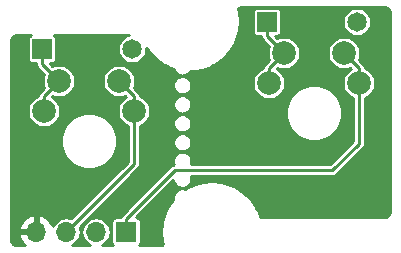
<source format=gbr>
G04 #@! TF.GenerationSoftware,KiCad,Pcbnew,(5.1.0)-1*
G04 #@! TF.CreationDate,2020-10-31T22:32:03+11:00*
G04 #@! TF.ProjectId,oddball,6f646462-616c-46c2-9e6b-696361645f70,rev?*
G04 #@! TF.SameCoordinates,Original*
G04 #@! TF.FileFunction,Copper,L2,Bot*
G04 #@! TF.FilePolarity,Positive*
%FSLAX46Y46*%
G04 Gerber Fmt 4.6, Leading zero omitted, Abs format (unit mm)*
G04 Created by KiCad (PCBNEW (5.1.0)-1) date 2020-10-31 22:32:03*
%MOMM*%
%LPD*%
G04 APERTURE LIST*
%ADD10R,1.700000X1.700000*%
%ADD11O,1.700000X1.700000*%
%ADD12R,1.651000X1.651000*%
%ADD13C,1.651000*%
%ADD14C,2.000000*%
%ADD15C,0.250000*%
%ADD16C,0.254000*%
G04 APERTURE END LIST*
D10*
X213740000Y-114850000D03*
D11*
X211200000Y-114850000D03*
X208660000Y-114850000D03*
X206120000Y-114850000D03*
D12*
X225660000Y-97060000D03*
D13*
X233280000Y-97060000D03*
D12*
X206640000Y-99370000D03*
D13*
X214260000Y-99370000D03*
D14*
X208060000Y-102070000D03*
X214410000Y-104610000D03*
X206790000Y-104610000D03*
X213140000Y-102070000D03*
X227110000Y-99700000D03*
X233460000Y-102240000D03*
X225840000Y-102240000D03*
X232190000Y-99700000D03*
D15*
X206640000Y-100650000D02*
X208060000Y-102070000D01*
X206640000Y-99370000D02*
X206640000Y-100650000D01*
X206790000Y-103340000D02*
X206790000Y-104610000D01*
X208060000Y-102070000D02*
X206790000Y-103340000D01*
X225660000Y-98250000D02*
X227110000Y-99700000D01*
X225660000Y-97060000D02*
X225660000Y-98250000D01*
X227110000Y-99700000D02*
X225840000Y-100970000D01*
X225840000Y-100970000D02*
X225840000Y-102240000D01*
X214410000Y-109100000D02*
X208660000Y-114850000D01*
X214410000Y-104610000D02*
X214410000Y-109100000D01*
X213140000Y-102070000D02*
X214410000Y-103340000D01*
X214410000Y-103340000D02*
X214410000Y-104610000D01*
X231221299Y-109618701D02*
X233460000Y-107380000D01*
X213740000Y-114850000D02*
X213740000Y-113750000D01*
X232190000Y-99700000D02*
X233460000Y-100970000D01*
X217871299Y-109618701D02*
X231221299Y-109618701D01*
X233460000Y-107380000D02*
X233460000Y-102240000D01*
X213740000Y-113750000D02*
X217871299Y-109618701D01*
X233460000Y-100970000D02*
X233460000Y-102240000D01*
D16*
G36*
X235607896Y-95813515D02*
G01*
X235639770Y-95816524D01*
X235671999Y-95821662D01*
X235704103Y-95828837D01*
X235735275Y-95837883D01*
X235766090Y-95848990D01*
X235795750Y-95861789D01*
X235824802Y-95876653D01*
X235853297Y-95893455D01*
X235879969Y-95911560D01*
X235905413Y-95931311D01*
X235930119Y-95953131D01*
X235953326Y-95976286D01*
X235974559Y-96000385D01*
X235994639Y-96026306D01*
X236013030Y-96053345D01*
X236029541Y-96081258D01*
X236044438Y-96110530D01*
X236057336Y-96140247D01*
X236068304Y-96170823D01*
X236077521Y-96202456D01*
X236084569Y-96233990D01*
X236089641Y-96266076D01*
X236092720Y-96298742D01*
X236094001Y-96338981D01*
X236094000Y-113086115D01*
X236092720Y-113126289D01*
X236089642Y-113158918D01*
X236084561Y-113191087D01*
X236077537Y-113222520D01*
X236068330Y-113254077D01*
X236057305Y-113284817D01*
X236044411Y-113314549D01*
X236029582Y-113343682D01*
X236013000Y-113371696D01*
X235994627Y-113398745D01*
X235974615Y-113424547D01*
X235953270Y-113448783D01*
X235930204Y-113471802D01*
X235905530Y-113493569D01*
X235879942Y-113513431D01*
X235853064Y-113531681D01*
X235824787Y-113548397D01*
X235795846Y-113563162D01*
X235765958Y-113576086D01*
X235735206Y-113587164D01*
X235703995Y-113596237D01*
X235672252Y-113603332D01*
X235640041Y-113608431D01*
X235607548Y-113611498D01*
X235567399Y-113612770D01*
X225104086Y-113612770D01*
X225080763Y-113532487D01*
X225077046Y-113517781D01*
X225074173Y-113509805D01*
X225071811Y-113501674D01*
X225066180Y-113487612D01*
X224991031Y-113278970D01*
X224986425Y-113264602D01*
X224983030Y-113256756D01*
X224980134Y-113248716D01*
X224973657Y-113235095D01*
X224885645Y-113031703D01*
X224880159Y-113017674D01*
X224876265Y-113010026D01*
X224872860Y-113002157D01*
X224865558Y-112988997D01*
X224764932Y-112791359D01*
X224758474Y-112777506D01*
X224754211Y-112770302D01*
X224750420Y-112762857D01*
X224742199Y-112750006D01*
X224629244Y-112559144D01*
X224622075Y-112545973D01*
X224617210Y-112538810D01*
X224612808Y-112531372D01*
X224603958Y-112519299D01*
X224479390Y-112335893D01*
X224471268Y-112322992D01*
X224466136Y-112316379D01*
X224461426Y-112309445D01*
X224451655Y-112297722D01*
X224315658Y-112122494D01*
X224306894Y-112110326D01*
X224301192Y-112103855D01*
X224295897Y-112097033D01*
X224285576Y-112086134D01*
X224139059Y-111919868D01*
X224129424Y-111908128D01*
X224123440Y-111902144D01*
X224117854Y-111895805D01*
X224106761Y-111885465D01*
X223949895Y-111728599D01*
X223939572Y-111717522D01*
X223933214Y-111711918D01*
X223927212Y-111705916D01*
X223915493Y-111696298D01*
X223749159Y-111549690D01*
X223738209Y-111539324D01*
X223731443Y-111534075D01*
X223725024Y-111528417D01*
X223712800Y-111519611D01*
X223537614Y-111383698D01*
X223525961Y-111373983D01*
X223518959Y-111369225D01*
X223512275Y-111364040D01*
X223499441Y-111355964D01*
X223315991Y-111231321D01*
X223303852Y-111222425D01*
X223296474Y-111218060D01*
X223289377Y-111213238D01*
X223276148Y-111206035D01*
X223085399Y-111093183D01*
X223072626Y-111085006D01*
X223065074Y-111081158D01*
X223057784Y-111076845D01*
X223044049Y-111070445D01*
X222846427Y-110969747D01*
X222833189Y-110962403D01*
X222825394Y-110959030D01*
X222817824Y-110955173D01*
X222803725Y-110949655D01*
X222600211Y-110861598D01*
X222586560Y-110855109D01*
X222578540Y-110852222D01*
X222570722Y-110848839D01*
X222556336Y-110844228D01*
X222347703Y-110769116D01*
X222333649Y-110763489D01*
X222325491Y-110761119D01*
X222317501Y-110758243D01*
X222302829Y-110754537D01*
X222089826Y-110692671D01*
X222075481Y-110687948D01*
X222067163Y-110686089D01*
X222058973Y-110683710D01*
X222044117Y-110680938D01*
X221827713Y-110632567D01*
X221813096Y-110628752D01*
X221804685Y-110627420D01*
X221796366Y-110625560D01*
X221781362Y-110623725D01*
X221562433Y-110589041D01*
X221547608Y-110586152D01*
X221539145Y-110585352D01*
X221530727Y-110584018D01*
X221515618Y-110583127D01*
X221294822Y-110562245D01*
X221279806Y-110560289D01*
X221271321Y-110560023D01*
X221262866Y-110559223D01*
X221247718Y-110559282D01*
X221026096Y-110552324D01*
X221011022Y-110551316D01*
X221002500Y-110551584D01*
X220993978Y-110551316D01*
X220978904Y-110552324D01*
X220757282Y-110559282D01*
X220742133Y-110559223D01*
X220733677Y-110560023D01*
X220725194Y-110560289D01*
X220710181Y-110562245D01*
X220489392Y-110583126D01*
X220474303Y-110584015D01*
X220465873Y-110585350D01*
X220457392Y-110586152D01*
X220442580Y-110589038D01*
X220223507Y-110623729D01*
X220208490Y-110625568D01*
X220200224Y-110627416D01*
X220191834Y-110628745D01*
X220177157Y-110632575D01*
X219960853Y-110680943D01*
X219946026Y-110683710D01*
X219937820Y-110686093D01*
X219929477Y-110687959D01*
X219915150Y-110692678D01*
X219702177Y-110754535D01*
X219687497Y-110758243D01*
X219679503Y-110761121D01*
X219671350Y-110763489D01*
X219657305Y-110769113D01*
X219448670Y-110844226D01*
X219434277Y-110848839D01*
X219426455Y-110852223D01*
X219418440Y-110855109D01*
X219404798Y-110861594D01*
X219201283Y-110949651D01*
X219187175Y-110955173D01*
X219179600Y-110959033D01*
X219171811Y-110962403D01*
X219158586Y-110969740D01*
X218960960Y-111070440D01*
X218947215Y-111076845D01*
X218939920Y-111081161D01*
X218932374Y-111085006D01*
X218919612Y-111093176D01*
X218758095Y-111188734D01*
X218651868Y-111156510D01*
X218538053Y-111145300D01*
X218461947Y-111145300D01*
X218348132Y-111156510D01*
X218202101Y-111200808D01*
X218067517Y-111272744D01*
X217949554Y-111369554D01*
X217852744Y-111487517D01*
X217780808Y-111622101D01*
X217736510Y-111768132D01*
X217721552Y-111920000D01*
X217736047Y-112067172D01*
X217719319Y-112086143D01*
X217708899Y-112097154D01*
X217703702Y-112103855D01*
X217698099Y-112110209D01*
X217689242Y-112122498D01*
X217553280Y-112297799D01*
X217543574Y-112309445D01*
X217538827Y-112316435D01*
X217533640Y-112323122D01*
X217525554Y-112335977D01*
X217401042Y-112519299D01*
X217392192Y-112531372D01*
X217387790Y-112538810D01*
X217382925Y-112545973D01*
X217375758Y-112559141D01*
X217262856Y-112749913D01*
X217254669Y-112762700D01*
X217250829Y-112770235D01*
X217246526Y-112777506D01*
X217240116Y-112791257D01*
X217139381Y-112988926D01*
X217132040Y-113002157D01*
X217128671Y-113009942D01*
X217124814Y-113017511D01*
X217119289Y-113031623D01*
X217031207Y-113235180D01*
X217024693Y-113248892D01*
X217021832Y-113256845D01*
X217018475Y-113264603D01*
X217013842Y-113279057D01*
X216938785Y-113487700D01*
X216933189Y-113501674D01*
X216930801Y-113509896D01*
X216927898Y-113517964D01*
X216924210Y-113532580D01*
X216862369Y-113745446D01*
X216857652Y-113759769D01*
X216855791Y-113768090D01*
X216853406Y-113776300D01*
X216850633Y-113791154D01*
X216802235Y-114007570D01*
X216798400Y-114022276D01*
X216797080Y-114030619D01*
X216795239Y-114038852D01*
X216793394Y-114053920D01*
X216758749Y-114272922D01*
X216755868Y-114287696D01*
X216755058Y-114296250D01*
X216753717Y-114304728D01*
X216752835Y-114319739D01*
X216731939Y-114540460D01*
X216729980Y-114555494D01*
X216729713Y-114563973D01*
X216728915Y-114572408D01*
X216728972Y-114587552D01*
X216722005Y-114809226D01*
X216720996Y-114824318D01*
X216721263Y-114832820D01*
X216720996Y-114841322D01*
X216722005Y-114856413D01*
X216728972Y-115078091D01*
X216728915Y-115093246D01*
X216729714Y-115101682D01*
X216729980Y-115110155D01*
X216731939Y-115125186D01*
X216752833Y-115345868D01*
X216753716Y-115360896D01*
X216755060Y-115369392D01*
X216755869Y-115377937D01*
X216758745Y-115392687D01*
X216793393Y-115611722D01*
X216795239Y-115626798D01*
X216797080Y-115635031D01*
X216798399Y-115643368D01*
X216802233Y-115658072D01*
X216850634Y-115874502D01*
X216851304Y-115878089D01*
X216829946Y-115894667D01*
X216803055Y-115912927D01*
X216774789Y-115929636D01*
X216745846Y-115944402D01*
X216715958Y-115957326D01*
X216685206Y-115968404D01*
X216653995Y-115977477D01*
X216622252Y-115984572D01*
X216590041Y-115989671D01*
X216557548Y-115992738D01*
X216517399Y-115994010D01*
X214832321Y-115994010D01*
X214860711Y-115970711D01*
X214908322Y-115912696D01*
X214943701Y-115846508D01*
X214965487Y-115774689D01*
X214972843Y-115700000D01*
X214972843Y-114000000D01*
X214965487Y-113925311D01*
X214943701Y-113853492D01*
X214908322Y-113787304D01*
X214860711Y-113729289D01*
X214802696Y-113681678D01*
X214736508Y-113646299D01*
X214664689Y-113624513D01*
X214590000Y-113617157D01*
X214588434Y-113617157D01*
X217732674Y-110472918D01*
X217736510Y-110511868D01*
X217780808Y-110657899D01*
X217852744Y-110792483D01*
X217949554Y-110910446D01*
X218067517Y-111007256D01*
X218202101Y-111079192D01*
X218348132Y-111123490D01*
X218461947Y-111134700D01*
X218538053Y-111134700D01*
X218651868Y-111123490D01*
X218797899Y-111079192D01*
X218932483Y-111007256D01*
X219050446Y-110910446D01*
X219147256Y-110792483D01*
X219219192Y-110657899D01*
X219263490Y-110511868D01*
X219278448Y-110360000D01*
X219263490Y-110208132D01*
X219238181Y-110124701D01*
X231196453Y-110124701D01*
X231221299Y-110127148D01*
X231246145Y-110124701D01*
X231246153Y-110124701D01*
X231320492Y-110117379D01*
X231415874Y-110088446D01*
X231503778Y-110041460D01*
X231580826Y-109978228D01*
X231596675Y-109958916D01*
X233800220Y-107755372D01*
X233819527Y-107739527D01*
X233882759Y-107662479D01*
X233929745Y-107574575D01*
X233958678Y-107479193D01*
X233966000Y-107404854D01*
X233966000Y-107404847D01*
X233968447Y-107380001D01*
X233966000Y-107355155D01*
X233966000Y-103525192D01*
X234114149Y-103463826D01*
X234340336Y-103312693D01*
X234532693Y-103120336D01*
X234683826Y-102894149D01*
X234787929Y-102642823D01*
X234841000Y-102376017D01*
X234841000Y-102103983D01*
X234787929Y-101837177D01*
X234683826Y-101585851D01*
X234532693Y-101359664D01*
X234340336Y-101167307D01*
X234114149Y-101016174D01*
X233966991Y-100955219D01*
X233966000Y-100945153D01*
X233966000Y-100945146D01*
X233958678Y-100870807D01*
X233955097Y-100859000D01*
X233929745Y-100775425D01*
X233921184Y-100759409D01*
X233882759Y-100687521D01*
X233819527Y-100610473D01*
X233800220Y-100594628D01*
X233456564Y-100250972D01*
X233517929Y-100102823D01*
X233571000Y-99836017D01*
X233571000Y-99563983D01*
X233517929Y-99297177D01*
X233413826Y-99045851D01*
X233262693Y-98819664D01*
X233070336Y-98627307D01*
X232844149Y-98476174D01*
X232592823Y-98372071D01*
X232326017Y-98319000D01*
X232053983Y-98319000D01*
X231787177Y-98372071D01*
X231535851Y-98476174D01*
X231309664Y-98627307D01*
X231117307Y-98819664D01*
X230966174Y-99045851D01*
X230862071Y-99297177D01*
X230809000Y-99563983D01*
X230809000Y-99836017D01*
X230862071Y-100102823D01*
X230966174Y-100354149D01*
X231117307Y-100580336D01*
X231309664Y-100772693D01*
X231535851Y-100923826D01*
X231787177Y-101027929D01*
X232053983Y-101081000D01*
X232326017Y-101081000D01*
X232592823Y-101027929D01*
X232740972Y-100966564D01*
X232796698Y-101022290D01*
X232579664Y-101167307D01*
X232387307Y-101359664D01*
X232236174Y-101585851D01*
X232132071Y-101837177D01*
X232079000Y-102103983D01*
X232079000Y-102376017D01*
X232132071Y-102642823D01*
X232236174Y-102894149D01*
X232387307Y-103120336D01*
X232579664Y-103312693D01*
X232805851Y-103463826D01*
X232954001Y-103525192D01*
X232954000Y-107170408D01*
X231011708Y-109112701D01*
X219226836Y-109112701D01*
X219263490Y-108991868D01*
X219278448Y-108840000D01*
X219263490Y-108688132D01*
X219219192Y-108542101D01*
X219147256Y-108407517D01*
X219050446Y-108289554D01*
X218932483Y-108192744D01*
X218797899Y-108120808D01*
X218651868Y-108076510D01*
X218538053Y-108065300D01*
X218461947Y-108065300D01*
X218348132Y-108076510D01*
X218202101Y-108120808D01*
X218067517Y-108192744D01*
X217949554Y-108289554D01*
X217852744Y-108407517D01*
X217780808Y-108542101D01*
X217736510Y-108688132D01*
X217721552Y-108840000D01*
X217736510Y-108991868D01*
X217775290Y-109119709D01*
X217772106Y-109120023D01*
X217676724Y-109148956D01*
X217588820Y-109195942D01*
X217511772Y-109259174D01*
X217495928Y-109278480D01*
X213399781Y-113374628D01*
X213380474Y-113390473D01*
X213317242Y-113467521D01*
X213300353Y-113499118D01*
X213270255Y-113555426D01*
X213251530Y-113617157D01*
X212890000Y-113617157D01*
X212815311Y-113624513D01*
X212743492Y-113646299D01*
X212677304Y-113681678D01*
X212619289Y-113729289D01*
X212571678Y-113787304D01*
X212536299Y-113853492D01*
X212514513Y-113925311D01*
X212507157Y-114000000D01*
X212507157Y-115700000D01*
X212514513Y-115774689D01*
X212536299Y-115846508D01*
X212571678Y-115912696D01*
X212619289Y-115970711D01*
X212647679Y-115994010D01*
X211669368Y-115994010D01*
X211673363Y-115992798D01*
X211887216Y-115878491D01*
X212074660Y-115724660D01*
X212228491Y-115537216D01*
X212342798Y-115323363D01*
X212413188Y-115091318D01*
X212436956Y-114850000D01*
X212413188Y-114608682D01*
X212342798Y-114376637D01*
X212228491Y-114162784D01*
X212074660Y-113975340D01*
X211887216Y-113821509D01*
X211673363Y-113707202D01*
X211441318Y-113636812D01*
X211260472Y-113619000D01*
X211139528Y-113619000D01*
X210958682Y-113636812D01*
X210726637Y-113707202D01*
X210512784Y-113821509D01*
X210325340Y-113975340D01*
X210171509Y-114162784D01*
X210057202Y-114376637D01*
X209986812Y-114608682D01*
X209963044Y-114850000D01*
X209986812Y-115091318D01*
X210057202Y-115323363D01*
X210171509Y-115537216D01*
X210325340Y-115724660D01*
X210512784Y-115878491D01*
X210726637Y-115992798D01*
X210730632Y-115994010D01*
X209129368Y-115994010D01*
X209133363Y-115992798D01*
X209347216Y-115878491D01*
X209534660Y-115724660D01*
X209688491Y-115537216D01*
X209802798Y-115323363D01*
X209873188Y-115091318D01*
X209896956Y-114850000D01*
X209873188Y-114608682D01*
X209813541Y-114412051D01*
X214750220Y-109475372D01*
X214769527Y-109459527D01*
X214832759Y-109382479D01*
X214879745Y-109294575D01*
X214908678Y-109199193D01*
X214916000Y-109124854D01*
X214916000Y-109124846D01*
X214918447Y-109100000D01*
X214916000Y-109075154D01*
X214916000Y-107260000D01*
X217721552Y-107260000D01*
X217736510Y-107411868D01*
X217780808Y-107557899D01*
X217852744Y-107692483D01*
X217949554Y-107810446D01*
X218067517Y-107907256D01*
X218202101Y-107979192D01*
X218348132Y-108023490D01*
X218461947Y-108034700D01*
X218538053Y-108034700D01*
X218651868Y-108023490D01*
X218797899Y-107979192D01*
X218932483Y-107907256D01*
X219050446Y-107810446D01*
X219147256Y-107692483D01*
X219219192Y-107557899D01*
X219263490Y-107411868D01*
X219278448Y-107260000D01*
X219263490Y-107108132D01*
X219219192Y-106962101D01*
X219147256Y-106827517D01*
X219050446Y-106709554D01*
X218932483Y-106612744D01*
X218797899Y-106540808D01*
X218651868Y-106496510D01*
X218538053Y-106485300D01*
X218461947Y-106485300D01*
X218348132Y-106496510D01*
X218202101Y-106540808D01*
X218067517Y-106612744D01*
X217949554Y-106709554D01*
X217852744Y-106827517D01*
X217780808Y-106962101D01*
X217736510Y-107108132D01*
X217721552Y-107260000D01*
X214916000Y-107260000D01*
X214916000Y-105895192D01*
X215064149Y-105833826D01*
X215290336Y-105682693D01*
X215323029Y-105650000D01*
X217721552Y-105650000D01*
X217736510Y-105801868D01*
X217780808Y-105947899D01*
X217852744Y-106082483D01*
X217949554Y-106200446D01*
X218067517Y-106297256D01*
X218202101Y-106369192D01*
X218348132Y-106413490D01*
X218461947Y-106424700D01*
X218538053Y-106424700D01*
X218651868Y-106413490D01*
X218797899Y-106369192D01*
X218932483Y-106297256D01*
X219050446Y-106200446D01*
X219147256Y-106082483D01*
X219219192Y-105947899D01*
X219263490Y-105801868D01*
X219278448Y-105650000D01*
X219263490Y-105498132D01*
X219219192Y-105352101D01*
X219147256Y-105217517D01*
X219050446Y-105099554D01*
X218932483Y-105002744D01*
X218797899Y-104930808D01*
X218651868Y-104886510D01*
X218538053Y-104875300D01*
X218461947Y-104875300D01*
X218348132Y-104886510D01*
X218202101Y-104930808D01*
X218067517Y-105002744D01*
X217949554Y-105099554D01*
X217852744Y-105217517D01*
X217780808Y-105352101D01*
X217736510Y-105498132D01*
X217721552Y-105650000D01*
X215323029Y-105650000D01*
X215482693Y-105490336D01*
X215633826Y-105264149D01*
X215737929Y-105012823D01*
X215791000Y-104746017D01*
X215791000Y-104473983D01*
X215737929Y-104207177D01*
X215672824Y-104050000D01*
X217721552Y-104050000D01*
X217736510Y-104201868D01*
X217780808Y-104347899D01*
X217852744Y-104482483D01*
X217949554Y-104600446D01*
X218067517Y-104697256D01*
X218202101Y-104769192D01*
X218348132Y-104813490D01*
X218461947Y-104824700D01*
X218538053Y-104824700D01*
X218651868Y-104813490D01*
X218797899Y-104769192D01*
X218932483Y-104697256D01*
X219050446Y-104600446D01*
X219095052Y-104546093D01*
X227275100Y-104546093D01*
X227275100Y-105013907D01*
X227366366Y-105472733D01*
X227545391Y-105904937D01*
X227805295Y-106293910D01*
X228136090Y-106624705D01*
X228525063Y-106884609D01*
X228957267Y-107063634D01*
X229416093Y-107154900D01*
X229883907Y-107154900D01*
X230342733Y-107063634D01*
X230774937Y-106884609D01*
X231163910Y-106624705D01*
X231494705Y-106293910D01*
X231754609Y-105904937D01*
X231933634Y-105472733D01*
X232024900Y-105013907D01*
X232024900Y-104546093D01*
X231933634Y-104087267D01*
X231754609Y-103655063D01*
X231494705Y-103266090D01*
X231163910Y-102935295D01*
X230774937Y-102675391D01*
X230342733Y-102496366D01*
X229883907Y-102405100D01*
X229416093Y-102405100D01*
X228957267Y-102496366D01*
X228525063Y-102675391D01*
X228136090Y-102935295D01*
X227805295Y-103266090D01*
X227545391Y-103655063D01*
X227366366Y-104087267D01*
X227275100Y-104546093D01*
X219095052Y-104546093D01*
X219147256Y-104482483D01*
X219219192Y-104347899D01*
X219263490Y-104201868D01*
X219278448Y-104050000D01*
X219263490Y-103898132D01*
X219219192Y-103752101D01*
X219147256Y-103617517D01*
X219050446Y-103499554D01*
X218932483Y-103402744D01*
X218797899Y-103330808D01*
X218651868Y-103286510D01*
X218538053Y-103275300D01*
X218461947Y-103275300D01*
X218348132Y-103286510D01*
X218202101Y-103330808D01*
X218067517Y-103402744D01*
X217949554Y-103499554D01*
X217852744Y-103617517D01*
X217780808Y-103752101D01*
X217736510Y-103898132D01*
X217721552Y-104050000D01*
X215672824Y-104050000D01*
X215633826Y-103955851D01*
X215482693Y-103729664D01*
X215290336Y-103537307D01*
X215064149Y-103386174D01*
X214916991Y-103325219D01*
X214916000Y-103315153D01*
X214916000Y-103315146D01*
X214908678Y-103240807D01*
X214905097Y-103229000D01*
X214879745Y-103145425D01*
X214871068Y-103129192D01*
X214832759Y-103057521D01*
X214769527Y-102980473D01*
X214750220Y-102964628D01*
X214406564Y-102620972D01*
X214467929Y-102472823D01*
X214480425Y-102410000D01*
X217721552Y-102410000D01*
X217736510Y-102561868D01*
X217780808Y-102707899D01*
X217852744Y-102842483D01*
X217949554Y-102960446D01*
X218067517Y-103057256D01*
X218202101Y-103129192D01*
X218348132Y-103173490D01*
X218461947Y-103184700D01*
X218538053Y-103184700D01*
X218651868Y-103173490D01*
X218797899Y-103129192D01*
X218932483Y-103057256D01*
X219050446Y-102960446D01*
X219147256Y-102842483D01*
X219219192Y-102707899D01*
X219263490Y-102561868D01*
X219278448Y-102410000D01*
X219263490Y-102258132D01*
X219219192Y-102112101D01*
X219147256Y-101977517D01*
X219050446Y-101859554D01*
X218932483Y-101762744D01*
X218797899Y-101690808D01*
X218651868Y-101646510D01*
X218538053Y-101635300D01*
X218461947Y-101635300D01*
X218348132Y-101646510D01*
X218202101Y-101690808D01*
X218067517Y-101762744D01*
X217949554Y-101859554D01*
X217852744Y-101977517D01*
X217780808Y-102112101D01*
X217736510Y-102258132D01*
X217721552Y-102410000D01*
X214480425Y-102410000D01*
X214521000Y-102206017D01*
X214521000Y-101933983D01*
X214467929Y-101667177D01*
X214363826Y-101415851D01*
X214212693Y-101189664D01*
X214020336Y-100997307D01*
X213794149Y-100846174D01*
X213542823Y-100742071D01*
X213276017Y-100689000D01*
X213003983Y-100689000D01*
X212737177Y-100742071D01*
X212485851Y-100846174D01*
X212259664Y-100997307D01*
X212067307Y-101189664D01*
X211916174Y-101415851D01*
X211812071Y-101667177D01*
X211759000Y-101933983D01*
X211759000Y-102206017D01*
X211812071Y-102472823D01*
X211916174Y-102724149D01*
X212067307Y-102950336D01*
X212259664Y-103142693D01*
X212485851Y-103293826D01*
X212737177Y-103397929D01*
X213003983Y-103451000D01*
X213276017Y-103451000D01*
X213542823Y-103397929D01*
X213690972Y-103336564D01*
X213746698Y-103392290D01*
X213529664Y-103537307D01*
X213337307Y-103729664D01*
X213186174Y-103955851D01*
X213082071Y-104207177D01*
X213029000Y-104473983D01*
X213029000Y-104746017D01*
X213082071Y-105012823D01*
X213186174Y-105264149D01*
X213337307Y-105490336D01*
X213529664Y-105682693D01*
X213755851Y-105833826D01*
X213904000Y-105895192D01*
X213904001Y-108890407D01*
X209097949Y-113696459D01*
X208901318Y-113636812D01*
X208720472Y-113619000D01*
X208599528Y-113619000D01*
X208418682Y-113636812D01*
X208186637Y-113707202D01*
X207972784Y-113821509D01*
X207785340Y-113975340D01*
X207631509Y-114162784D01*
X207518983Y-114373305D01*
X207464157Y-114218748D01*
X207315178Y-113968645D01*
X207120269Y-113752412D01*
X206886920Y-113578359D01*
X206624099Y-113453175D01*
X206476890Y-113408524D01*
X206247000Y-113529845D01*
X206247000Y-114723000D01*
X206267000Y-114723000D01*
X206267000Y-114977000D01*
X206247000Y-114977000D01*
X206247000Y-114997000D01*
X205993000Y-114997000D01*
X205993000Y-114977000D01*
X204799186Y-114977000D01*
X204678519Y-115206891D01*
X204775843Y-115481252D01*
X204924822Y-115731355D01*
X205119731Y-115947588D01*
X205181968Y-115994010D01*
X204532606Y-115994010D01*
X204492431Y-115992737D01*
X204459952Y-115989672D01*
X204427783Y-115984576D01*
X204395990Y-115977471D01*
X204364752Y-115968393D01*
X204334070Y-115957342D01*
X204304113Y-115944377D01*
X204275078Y-115929587D01*
X204247046Y-115913004D01*
X204220034Y-115894652D01*
X204194330Y-115874716D01*
X204169898Y-115853172D01*
X204146828Y-115830102D01*
X204125284Y-115805670D01*
X204105344Y-115779961D01*
X204086997Y-115752957D01*
X204070413Y-115724922D01*
X204055623Y-115695887D01*
X204042658Y-115665930D01*
X204031607Y-115635248D01*
X204022529Y-115604010D01*
X204015425Y-115572219D01*
X204010328Y-115540048D01*
X204007263Y-115507569D01*
X204005990Y-115467395D01*
X204005990Y-114493109D01*
X204678519Y-114493109D01*
X204799186Y-114723000D01*
X205993000Y-114723000D01*
X205993000Y-113529845D01*
X205763110Y-113408524D01*
X205615901Y-113453175D01*
X205353080Y-113578359D01*
X205119731Y-113752412D01*
X204924822Y-113968645D01*
X204775843Y-114218748D01*
X204678519Y-114493109D01*
X204005990Y-114493109D01*
X204005990Y-106916093D01*
X208225100Y-106916093D01*
X208225100Y-107383907D01*
X208316366Y-107842733D01*
X208495391Y-108274937D01*
X208755295Y-108663910D01*
X209086090Y-108994705D01*
X209475063Y-109254609D01*
X209907267Y-109433634D01*
X210366093Y-109524900D01*
X210833907Y-109524900D01*
X211292733Y-109433634D01*
X211724937Y-109254609D01*
X212113910Y-108994705D01*
X212444705Y-108663910D01*
X212704609Y-108274937D01*
X212883634Y-107842733D01*
X212974900Y-107383907D01*
X212974900Y-106916093D01*
X212883634Y-106457267D01*
X212704609Y-106025063D01*
X212444705Y-105636090D01*
X212113910Y-105305295D01*
X211724937Y-105045391D01*
X211292733Y-104866366D01*
X210833907Y-104775100D01*
X210366093Y-104775100D01*
X209907267Y-104866366D01*
X209475063Y-105045391D01*
X209086090Y-105305295D01*
X208755295Y-105636090D01*
X208495391Y-106025063D01*
X208316366Y-106457267D01*
X208225100Y-106916093D01*
X204005990Y-106916093D01*
X204005990Y-98720101D01*
X204007262Y-98679952D01*
X204010329Y-98647459D01*
X204015430Y-98615240D01*
X204022520Y-98583515D01*
X204031596Y-98552296D01*
X204042674Y-98521542D01*
X204055666Y-98491496D01*
X204070365Y-98462634D01*
X204086966Y-98434603D01*
X204105334Y-98407552D01*
X204125197Y-98381963D01*
X204146958Y-98357295D01*
X204169967Y-98334239D01*
X204194220Y-98312879D01*
X204220015Y-98292873D01*
X204247064Y-98274500D01*
X204275078Y-98257918D01*
X204304211Y-98243089D01*
X204334269Y-98230054D01*
X204364683Y-98219094D01*
X204395882Y-98210043D01*
X204427673Y-98202939D01*
X204459842Y-98197858D01*
X204492471Y-98194780D01*
X204532645Y-98193500D01*
X205662939Y-98193500D01*
X205601804Y-98226178D01*
X205543789Y-98273789D01*
X205496178Y-98331804D01*
X205460799Y-98397992D01*
X205439013Y-98469811D01*
X205431657Y-98544500D01*
X205431657Y-100195500D01*
X205439013Y-100270189D01*
X205460799Y-100342008D01*
X205496178Y-100408196D01*
X205543789Y-100466211D01*
X205601804Y-100513822D01*
X205667992Y-100549201D01*
X205739811Y-100570987D01*
X205814500Y-100578343D01*
X206134001Y-100578343D01*
X206134001Y-100625144D01*
X206131553Y-100650000D01*
X206141322Y-100749192D01*
X206170255Y-100844574D01*
X206190548Y-100882538D01*
X206217242Y-100932479D01*
X206280474Y-101009527D01*
X206299780Y-101025372D01*
X206793437Y-101519028D01*
X206732071Y-101667177D01*
X206679000Y-101933983D01*
X206679000Y-102206017D01*
X206732071Y-102472823D01*
X206793437Y-102620972D01*
X206449785Y-102964624D01*
X206430473Y-102980473D01*
X206367241Y-103057521D01*
X206320255Y-103145426D01*
X206291322Y-103240808D01*
X206284000Y-103315147D01*
X206284000Y-103315154D01*
X206283009Y-103325219D01*
X206135851Y-103386174D01*
X205909664Y-103537307D01*
X205717307Y-103729664D01*
X205566174Y-103955851D01*
X205462071Y-104207177D01*
X205409000Y-104473983D01*
X205409000Y-104746017D01*
X205462071Y-105012823D01*
X205566174Y-105264149D01*
X205717307Y-105490336D01*
X205909664Y-105682693D01*
X206135851Y-105833826D01*
X206387177Y-105937929D01*
X206653983Y-105991000D01*
X206926017Y-105991000D01*
X207192823Y-105937929D01*
X207444149Y-105833826D01*
X207670336Y-105682693D01*
X207862693Y-105490336D01*
X208013826Y-105264149D01*
X208117929Y-105012823D01*
X208171000Y-104746017D01*
X208171000Y-104473983D01*
X208117929Y-104207177D01*
X208013826Y-103955851D01*
X207862693Y-103729664D01*
X207670336Y-103537307D01*
X207453302Y-103392290D01*
X207509028Y-103336563D01*
X207657177Y-103397929D01*
X207923983Y-103451000D01*
X208196017Y-103451000D01*
X208462823Y-103397929D01*
X208714149Y-103293826D01*
X208940336Y-103142693D01*
X209132693Y-102950336D01*
X209283826Y-102724149D01*
X209387929Y-102472823D01*
X209441000Y-102206017D01*
X209441000Y-101933983D01*
X209387929Y-101667177D01*
X209283826Y-101415851D01*
X209132693Y-101189664D01*
X208940336Y-100997307D01*
X208714149Y-100846174D01*
X208462823Y-100742071D01*
X208196017Y-100689000D01*
X207923983Y-100689000D01*
X207657177Y-100742071D01*
X207509028Y-100803437D01*
X207283934Y-100578343D01*
X207465500Y-100578343D01*
X207540189Y-100570987D01*
X207612008Y-100549201D01*
X207678196Y-100513822D01*
X207736211Y-100466211D01*
X207783822Y-100408196D01*
X207819201Y-100342008D01*
X207840987Y-100270189D01*
X207848343Y-100195500D01*
X207848343Y-98544500D01*
X207840987Y-98469811D01*
X207819201Y-98397992D01*
X207783822Y-98331804D01*
X207736211Y-98273789D01*
X207678196Y-98226178D01*
X207617061Y-98193500D01*
X213990350Y-98193500D01*
X213908077Y-98209865D01*
X213688508Y-98300813D01*
X213490901Y-98432850D01*
X213322850Y-98600901D01*
X213190813Y-98798508D01*
X213099865Y-99018077D01*
X213053500Y-99251170D01*
X213053500Y-99488830D01*
X213099865Y-99721923D01*
X213190813Y-99941492D01*
X213322850Y-100139099D01*
X213490901Y-100307150D01*
X213688508Y-100439187D01*
X213908077Y-100530135D01*
X214141170Y-100576500D01*
X214378830Y-100576500D01*
X214611923Y-100530135D01*
X214831492Y-100439187D01*
X215029099Y-100307150D01*
X215197150Y-100139099D01*
X215329187Y-99941492D01*
X215420135Y-99721923D01*
X215466500Y-99488830D01*
X215466500Y-99251170D01*
X215463136Y-99234259D01*
X215470768Y-99247156D01*
X215477949Y-99260347D01*
X215482787Y-99267468D01*
X215487173Y-99274881D01*
X215496057Y-99287002D01*
X215620547Y-99470254D01*
X215628591Y-99483047D01*
X215633815Y-99489786D01*
X215638603Y-99496833D01*
X215648276Y-99508437D01*
X215784246Y-99683814D01*
X215793158Y-99696175D01*
X215798701Y-99702459D01*
X215803843Y-99709091D01*
X215814327Y-99720173D01*
X215961034Y-99886485D01*
X215970576Y-99898112D01*
X215976636Y-99904172D01*
X215982316Y-99910611D01*
X215993340Y-99920876D01*
X216150077Y-100077613D01*
X216160385Y-100088677D01*
X216166772Y-100094308D01*
X216172788Y-100100324D01*
X216184472Y-100109913D01*
X216350846Y-100256593D01*
X216361817Y-100266977D01*
X216368538Y-100272191D01*
X216374929Y-100277825D01*
X216387204Y-100286670D01*
X216562388Y-100422562D01*
X216574024Y-100432264D01*
X216581048Y-100437036D01*
X216587753Y-100442238D01*
X216600569Y-100450302D01*
X216784019Y-100574956D01*
X216796177Y-100583864D01*
X216803530Y-100588214D01*
X216810608Y-100593023D01*
X216823865Y-100600243D01*
X217014608Y-100713072D01*
X217027343Y-100721226D01*
X217034921Y-100725088D01*
X217042246Y-100729421D01*
X217055961Y-100735811D01*
X217253566Y-100836519D01*
X217266813Y-100843868D01*
X217274587Y-100847232D01*
X217282142Y-100851082D01*
X217296261Y-100856609D01*
X217499775Y-100944666D01*
X217513368Y-100951130D01*
X217521411Y-100954027D01*
X217529278Y-100957431D01*
X217543644Y-100962036D01*
X217752260Y-101037179D01*
X217753431Y-101037648D01*
X217780808Y-101127899D01*
X217852744Y-101262483D01*
X217949554Y-101380446D01*
X218067517Y-101477256D01*
X218202101Y-101549192D01*
X218348132Y-101593490D01*
X218461947Y-101604700D01*
X218538053Y-101604700D01*
X218651868Y-101593490D01*
X218797899Y-101549192D01*
X218932483Y-101477256D01*
X219050446Y-101380446D01*
X219147256Y-101262483D01*
X219152372Y-101252912D01*
X219342671Y-101246931D01*
X219357705Y-101246994D01*
X219366237Y-101246190D01*
X219374826Y-101245920D01*
X219389769Y-101243972D01*
X219610617Y-101223161D01*
X219625848Y-101222258D01*
X219634112Y-101220947D01*
X219642449Y-101220161D01*
X219657434Y-101217246D01*
X219876342Y-101182510D01*
X219891209Y-101180696D01*
X219899665Y-101178809D01*
X219908216Y-101177452D01*
X219922695Y-101173669D01*
X220139052Y-101125385D01*
X220153973Y-101122600D01*
X220162077Y-101120246D01*
X220170327Y-101118405D01*
X220184764Y-101113657D01*
X220397854Y-101051765D01*
X220412574Y-101048044D01*
X220420531Y-101045178D01*
X220428649Y-101042820D01*
X220442735Y-101037180D01*
X220651359Y-100962034D01*
X220665720Y-100957431D01*
X220673583Y-100954029D01*
X220681631Y-100951130D01*
X220695231Y-100944662D01*
X220898746Y-100856606D01*
X220912857Y-100851082D01*
X220920407Y-100847234D01*
X220928187Y-100843868D01*
X220941444Y-100836513D01*
X221139040Y-100735810D01*
X221152754Y-100729421D01*
X221160079Y-100725088D01*
X221167657Y-100721226D01*
X221180392Y-100713072D01*
X221371142Y-100600238D01*
X221384393Y-100593022D01*
X221391466Y-100588216D01*
X221398823Y-100583864D01*
X221410986Y-100574952D01*
X221594430Y-100450302D01*
X221607247Y-100442238D01*
X221613953Y-100437036D01*
X221620976Y-100432264D01*
X221632612Y-100422562D01*
X221807796Y-100286670D01*
X221820071Y-100277825D01*
X221826462Y-100272191D01*
X221833183Y-100266977D01*
X221844154Y-100256593D01*
X222010528Y-100109913D01*
X222022212Y-100100324D01*
X222028228Y-100094308D01*
X222034615Y-100088677D01*
X222044923Y-100077613D01*
X222201728Y-99920808D01*
X222212789Y-99910502D01*
X222218409Y-99904127D01*
X222224424Y-99898112D01*
X222234027Y-99886411D01*
X222380582Y-99720167D01*
X222390953Y-99709211D01*
X222396186Y-99702466D01*
X222401836Y-99696057D01*
X222410660Y-99683810D01*
X222546670Y-99508503D01*
X222556399Y-99496832D01*
X222561145Y-99489845D01*
X222566318Y-99483178D01*
X222574403Y-99470330D01*
X222698956Y-99286983D01*
X222707825Y-99274882D01*
X222712207Y-99267477D01*
X222717051Y-99260346D01*
X222724239Y-99247142D01*
X222837188Y-99056262D01*
X222845416Y-99043401D01*
X222849225Y-99035921D01*
X222853488Y-99028716D01*
X222859923Y-99014910D01*
X222960572Y-98817237D01*
X222967867Y-98804089D01*
X222971262Y-98796244D01*
X222975156Y-98788595D01*
X222980653Y-98774539D01*
X223068659Y-98571140D01*
X223075132Y-98557530D01*
X223078032Y-98549478D01*
X223081431Y-98541623D01*
X223086032Y-98527270D01*
X223161179Y-98318642D01*
X223166802Y-98304603D01*
X223169165Y-98296469D01*
X223172045Y-98288475D01*
X223175762Y-98273768D01*
X223237627Y-98060865D01*
X223242352Y-98046518D01*
X223244209Y-98038211D01*
X223246587Y-98030029D01*
X223249363Y-98015164D01*
X223297769Y-97798685D01*
X223301601Y-97783988D01*
X223302921Y-97775644D01*
X223304763Y-97767406D01*
X223306607Y-97752340D01*
X223341254Y-97533312D01*
X223344130Y-97518566D01*
X223344940Y-97510015D01*
X223346284Y-97501517D01*
X223347166Y-97486501D01*
X223368063Y-97265834D01*
X223370020Y-97250819D01*
X223370286Y-97242367D01*
X223371085Y-97233925D01*
X223371028Y-97218741D01*
X223377995Y-96996989D01*
X223379004Y-96981902D01*
X223378737Y-96973398D01*
X223379004Y-96964892D01*
X223377995Y-96949801D01*
X223371028Y-96728143D01*
X223371085Y-96712974D01*
X223370286Y-96704537D01*
X223370020Y-96696074D01*
X223368062Y-96681049D01*
X223347167Y-96460398D01*
X223346284Y-96445382D01*
X223344940Y-96436885D01*
X223344130Y-96428333D01*
X223341254Y-96413587D01*
X223312925Y-96234500D01*
X224451657Y-96234500D01*
X224451657Y-97885500D01*
X224459013Y-97960189D01*
X224480799Y-98032008D01*
X224516178Y-98098196D01*
X224563789Y-98156211D01*
X224621804Y-98203822D01*
X224687992Y-98239201D01*
X224759811Y-98260987D01*
X224834500Y-98268343D01*
X225153360Y-98268343D01*
X225161322Y-98349192D01*
X225190255Y-98444574D01*
X225206369Y-98474721D01*
X225237242Y-98532479D01*
X225300474Y-98609527D01*
X225319780Y-98625372D01*
X225843437Y-99149028D01*
X225782071Y-99297177D01*
X225729000Y-99563983D01*
X225729000Y-99836017D01*
X225782071Y-100102823D01*
X225843437Y-100250972D01*
X225499785Y-100594624D01*
X225480473Y-100610473D01*
X225417241Y-100687521D01*
X225370255Y-100775426D01*
X225341322Y-100870808D01*
X225334000Y-100945147D01*
X225334000Y-100945154D01*
X225333009Y-100955219D01*
X225185851Y-101016174D01*
X224959664Y-101167307D01*
X224767307Y-101359664D01*
X224616174Y-101585851D01*
X224512071Y-101837177D01*
X224459000Y-102103983D01*
X224459000Y-102376017D01*
X224512071Y-102642823D01*
X224616174Y-102894149D01*
X224767307Y-103120336D01*
X224959664Y-103312693D01*
X225185851Y-103463826D01*
X225437177Y-103567929D01*
X225703983Y-103621000D01*
X225976017Y-103621000D01*
X226242823Y-103567929D01*
X226494149Y-103463826D01*
X226720336Y-103312693D01*
X226912693Y-103120336D01*
X227063826Y-102894149D01*
X227167929Y-102642823D01*
X227221000Y-102376017D01*
X227221000Y-102103983D01*
X227167929Y-101837177D01*
X227063826Y-101585851D01*
X226912693Y-101359664D01*
X226720336Y-101167307D01*
X226503302Y-101022290D01*
X226559028Y-100966563D01*
X226707177Y-101027929D01*
X226973983Y-101081000D01*
X227246017Y-101081000D01*
X227512823Y-101027929D01*
X227764149Y-100923826D01*
X227990336Y-100772693D01*
X228182693Y-100580336D01*
X228333826Y-100354149D01*
X228437929Y-100102823D01*
X228491000Y-99836017D01*
X228491000Y-99563983D01*
X228437929Y-99297177D01*
X228333826Y-99045851D01*
X228182693Y-98819664D01*
X227990336Y-98627307D01*
X227764149Y-98476174D01*
X227512823Y-98372071D01*
X227246017Y-98319000D01*
X226973983Y-98319000D01*
X226707177Y-98372071D01*
X226559028Y-98433437D01*
X226393934Y-98268343D01*
X226485500Y-98268343D01*
X226560189Y-98260987D01*
X226632008Y-98239201D01*
X226698196Y-98203822D01*
X226756211Y-98156211D01*
X226803822Y-98098196D01*
X226839201Y-98032008D01*
X226860987Y-97960189D01*
X226868343Y-97885500D01*
X226868343Y-96941170D01*
X232073500Y-96941170D01*
X232073500Y-97178830D01*
X232119865Y-97411923D01*
X232210813Y-97631492D01*
X232342850Y-97829099D01*
X232510901Y-97997150D01*
X232708508Y-98129187D01*
X232928077Y-98220135D01*
X233161170Y-98266500D01*
X233398830Y-98266500D01*
X233631923Y-98220135D01*
X233851492Y-98129187D01*
X234049099Y-97997150D01*
X234217150Y-97829099D01*
X234349187Y-97631492D01*
X234440135Y-97411923D01*
X234486500Y-97178830D01*
X234486500Y-96941170D01*
X234440135Y-96708077D01*
X234349187Y-96488508D01*
X234217150Y-96290901D01*
X234049099Y-96122850D01*
X233851492Y-95990813D01*
X233631923Y-95899865D01*
X233398830Y-95853500D01*
X233161170Y-95853500D01*
X232928077Y-95899865D01*
X232708508Y-95990813D01*
X232510901Y-96122850D01*
X232342850Y-96290901D01*
X232210813Y-96488508D01*
X232119865Y-96708077D01*
X232073500Y-96941170D01*
X226868343Y-96941170D01*
X226868343Y-96234500D01*
X226860987Y-96159811D01*
X226839201Y-96087992D01*
X226803822Y-96021804D01*
X226756211Y-95963789D01*
X226698196Y-95916178D01*
X226632008Y-95880799D01*
X226560189Y-95859013D01*
X226485500Y-95851657D01*
X224834500Y-95851657D01*
X224759811Y-95859013D01*
X224687992Y-95880799D01*
X224621804Y-95916178D01*
X224563789Y-95963789D01*
X224516178Y-96021804D01*
X224480799Y-96087992D01*
X224459013Y-96159811D01*
X224451657Y-96234500D01*
X223312925Y-96234500D01*
X223306607Y-96194560D01*
X223304763Y-96179494D01*
X223302921Y-96171256D01*
X223301601Y-96162912D01*
X223297769Y-96148215D01*
X223249367Y-95931754D01*
X223248690Y-95928126D01*
X223270032Y-95911560D01*
X223296858Y-95893348D01*
X223325133Y-95876646D01*
X223354087Y-95861859D01*
X223383903Y-95848992D01*
X223414725Y-95837883D01*
X223445900Y-95828836D01*
X223477999Y-95821662D01*
X223510230Y-95816524D01*
X223542104Y-95813515D01*
X223582257Y-95812300D01*
X235567743Y-95812300D01*
X235607896Y-95813515D01*
X235607896Y-95813515D01*
G37*
X235607896Y-95813515D02*
X235639770Y-95816524D01*
X235671999Y-95821662D01*
X235704103Y-95828837D01*
X235735275Y-95837883D01*
X235766090Y-95848990D01*
X235795750Y-95861789D01*
X235824802Y-95876653D01*
X235853297Y-95893455D01*
X235879969Y-95911560D01*
X235905413Y-95931311D01*
X235930119Y-95953131D01*
X235953326Y-95976286D01*
X235974559Y-96000385D01*
X235994639Y-96026306D01*
X236013030Y-96053345D01*
X236029541Y-96081258D01*
X236044438Y-96110530D01*
X236057336Y-96140247D01*
X236068304Y-96170823D01*
X236077521Y-96202456D01*
X236084569Y-96233990D01*
X236089641Y-96266076D01*
X236092720Y-96298742D01*
X236094001Y-96338981D01*
X236094000Y-113086115D01*
X236092720Y-113126289D01*
X236089642Y-113158918D01*
X236084561Y-113191087D01*
X236077537Y-113222520D01*
X236068330Y-113254077D01*
X236057305Y-113284817D01*
X236044411Y-113314549D01*
X236029582Y-113343682D01*
X236013000Y-113371696D01*
X235994627Y-113398745D01*
X235974615Y-113424547D01*
X235953270Y-113448783D01*
X235930204Y-113471802D01*
X235905530Y-113493569D01*
X235879942Y-113513431D01*
X235853064Y-113531681D01*
X235824787Y-113548397D01*
X235795846Y-113563162D01*
X235765958Y-113576086D01*
X235735206Y-113587164D01*
X235703995Y-113596237D01*
X235672252Y-113603332D01*
X235640041Y-113608431D01*
X235607548Y-113611498D01*
X235567399Y-113612770D01*
X225104086Y-113612770D01*
X225080763Y-113532487D01*
X225077046Y-113517781D01*
X225074173Y-113509805D01*
X225071811Y-113501674D01*
X225066180Y-113487612D01*
X224991031Y-113278970D01*
X224986425Y-113264602D01*
X224983030Y-113256756D01*
X224980134Y-113248716D01*
X224973657Y-113235095D01*
X224885645Y-113031703D01*
X224880159Y-113017674D01*
X224876265Y-113010026D01*
X224872860Y-113002157D01*
X224865558Y-112988997D01*
X224764932Y-112791359D01*
X224758474Y-112777506D01*
X224754211Y-112770302D01*
X224750420Y-112762857D01*
X224742199Y-112750006D01*
X224629244Y-112559144D01*
X224622075Y-112545973D01*
X224617210Y-112538810D01*
X224612808Y-112531372D01*
X224603958Y-112519299D01*
X224479390Y-112335893D01*
X224471268Y-112322992D01*
X224466136Y-112316379D01*
X224461426Y-112309445D01*
X224451655Y-112297722D01*
X224315658Y-112122494D01*
X224306894Y-112110326D01*
X224301192Y-112103855D01*
X224295897Y-112097033D01*
X224285576Y-112086134D01*
X224139059Y-111919868D01*
X224129424Y-111908128D01*
X224123440Y-111902144D01*
X224117854Y-111895805D01*
X224106761Y-111885465D01*
X223949895Y-111728599D01*
X223939572Y-111717522D01*
X223933214Y-111711918D01*
X223927212Y-111705916D01*
X223915493Y-111696298D01*
X223749159Y-111549690D01*
X223738209Y-111539324D01*
X223731443Y-111534075D01*
X223725024Y-111528417D01*
X223712800Y-111519611D01*
X223537614Y-111383698D01*
X223525961Y-111373983D01*
X223518959Y-111369225D01*
X223512275Y-111364040D01*
X223499441Y-111355964D01*
X223315991Y-111231321D01*
X223303852Y-111222425D01*
X223296474Y-111218060D01*
X223289377Y-111213238D01*
X223276148Y-111206035D01*
X223085399Y-111093183D01*
X223072626Y-111085006D01*
X223065074Y-111081158D01*
X223057784Y-111076845D01*
X223044049Y-111070445D01*
X222846427Y-110969747D01*
X222833189Y-110962403D01*
X222825394Y-110959030D01*
X222817824Y-110955173D01*
X222803725Y-110949655D01*
X222600211Y-110861598D01*
X222586560Y-110855109D01*
X222578540Y-110852222D01*
X222570722Y-110848839D01*
X222556336Y-110844228D01*
X222347703Y-110769116D01*
X222333649Y-110763489D01*
X222325491Y-110761119D01*
X222317501Y-110758243D01*
X222302829Y-110754537D01*
X222089826Y-110692671D01*
X222075481Y-110687948D01*
X222067163Y-110686089D01*
X222058973Y-110683710D01*
X222044117Y-110680938D01*
X221827713Y-110632567D01*
X221813096Y-110628752D01*
X221804685Y-110627420D01*
X221796366Y-110625560D01*
X221781362Y-110623725D01*
X221562433Y-110589041D01*
X221547608Y-110586152D01*
X221539145Y-110585352D01*
X221530727Y-110584018D01*
X221515618Y-110583127D01*
X221294822Y-110562245D01*
X221279806Y-110560289D01*
X221271321Y-110560023D01*
X221262866Y-110559223D01*
X221247718Y-110559282D01*
X221026096Y-110552324D01*
X221011022Y-110551316D01*
X221002500Y-110551584D01*
X220993978Y-110551316D01*
X220978904Y-110552324D01*
X220757282Y-110559282D01*
X220742133Y-110559223D01*
X220733677Y-110560023D01*
X220725194Y-110560289D01*
X220710181Y-110562245D01*
X220489392Y-110583126D01*
X220474303Y-110584015D01*
X220465873Y-110585350D01*
X220457392Y-110586152D01*
X220442580Y-110589038D01*
X220223507Y-110623729D01*
X220208490Y-110625568D01*
X220200224Y-110627416D01*
X220191834Y-110628745D01*
X220177157Y-110632575D01*
X219960853Y-110680943D01*
X219946026Y-110683710D01*
X219937820Y-110686093D01*
X219929477Y-110687959D01*
X219915150Y-110692678D01*
X219702177Y-110754535D01*
X219687497Y-110758243D01*
X219679503Y-110761121D01*
X219671350Y-110763489D01*
X219657305Y-110769113D01*
X219448670Y-110844226D01*
X219434277Y-110848839D01*
X219426455Y-110852223D01*
X219418440Y-110855109D01*
X219404798Y-110861594D01*
X219201283Y-110949651D01*
X219187175Y-110955173D01*
X219179600Y-110959033D01*
X219171811Y-110962403D01*
X219158586Y-110969740D01*
X218960960Y-111070440D01*
X218947215Y-111076845D01*
X218939920Y-111081161D01*
X218932374Y-111085006D01*
X218919612Y-111093176D01*
X218758095Y-111188734D01*
X218651868Y-111156510D01*
X218538053Y-111145300D01*
X218461947Y-111145300D01*
X218348132Y-111156510D01*
X218202101Y-111200808D01*
X218067517Y-111272744D01*
X217949554Y-111369554D01*
X217852744Y-111487517D01*
X217780808Y-111622101D01*
X217736510Y-111768132D01*
X217721552Y-111920000D01*
X217736047Y-112067172D01*
X217719319Y-112086143D01*
X217708899Y-112097154D01*
X217703702Y-112103855D01*
X217698099Y-112110209D01*
X217689242Y-112122498D01*
X217553280Y-112297799D01*
X217543574Y-112309445D01*
X217538827Y-112316435D01*
X217533640Y-112323122D01*
X217525554Y-112335977D01*
X217401042Y-112519299D01*
X217392192Y-112531372D01*
X217387790Y-112538810D01*
X217382925Y-112545973D01*
X217375758Y-112559141D01*
X217262856Y-112749913D01*
X217254669Y-112762700D01*
X217250829Y-112770235D01*
X217246526Y-112777506D01*
X217240116Y-112791257D01*
X217139381Y-112988926D01*
X217132040Y-113002157D01*
X217128671Y-113009942D01*
X217124814Y-113017511D01*
X217119289Y-113031623D01*
X217031207Y-113235180D01*
X217024693Y-113248892D01*
X217021832Y-113256845D01*
X217018475Y-113264603D01*
X217013842Y-113279057D01*
X216938785Y-113487700D01*
X216933189Y-113501674D01*
X216930801Y-113509896D01*
X216927898Y-113517964D01*
X216924210Y-113532580D01*
X216862369Y-113745446D01*
X216857652Y-113759769D01*
X216855791Y-113768090D01*
X216853406Y-113776300D01*
X216850633Y-113791154D01*
X216802235Y-114007570D01*
X216798400Y-114022276D01*
X216797080Y-114030619D01*
X216795239Y-114038852D01*
X216793394Y-114053920D01*
X216758749Y-114272922D01*
X216755868Y-114287696D01*
X216755058Y-114296250D01*
X216753717Y-114304728D01*
X216752835Y-114319739D01*
X216731939Y-114540460D01*
X216729980Y-114555494D01*
X216729713Y-114563973D01*
X216728915Y-114572408D01*
X216728972Y-114587552D01*
X216722005Y-114809226D01*
X216720996Y-114824318D01*
X216721263Y-114832820D01*
X216720996Y-114841322D01*
X216722005Y-114856413D01*
X216728972Y-115078091D01*
X216728915Y-115093246D01*
X216729714Y-115101682D01*
X216729980Y-115110155D01*
X216731939Y-115125186D01*
X216752833Y-115345868D01*
X216753716Y-115360896D01*
X216755060Y-115369392D01*
X216755869Y-115377937D01*
X216758745Y-115392687D01*
X216793393Y-115611722D01*
X216795239Y-115626798D01*
X216797080Y-115635031D01*
X216798399Y-115643368D01*
X216802233Y-115658072D01*
X216850634Y-115874502D01*
X216851304Y-115878089D01*
X216829946Y-115894667D01*
X216803055Y-115912927D01*
X216774789Y-115929636D01*
X216745846Y-115944402D01*
X216715958Y-115957326D01*
X216685206Y-115968404D01*
X216653995Y-115977477D01*
X216622252Y-115984572D01*
X216590041Y-115989671D01*
X216557548Y-115992738D01*
X216517399Y-115994010D01*
X214832321Y-115994010D01*
X214860711Y-115970711D01*
X214908322Y-115912696D01*
X214943701Y-115846508D01*
X214965487Y-115774689D01*
X214972843Y-115700000D01*
X214972843Y-114000000D01*
X214965487Y-113925311D01*
X214943701Y-113853492D01*
X214908322Y-113787304D01*
X214860711Y-113729289D01*
X214802696Y-113681678D01*
X214736508Y-113646299D01*
X214664689Y-113624513D01*
X214590000Y-113617157D01*
X214588434Y-113617157D01*
X217732674Y-110472918D01*
X217736510Y-110511868D01*
X217780808Y-110657899D01*
X217852744Y-110792483D01*
X217949554Y-110910446D01*
X218067517Y-111007256D01*
X218202101Y-111079192D01*
X218348132Y-111123490D01*
X218461947Y-111134700D01*
X218538053Y-111134700D01*
X218651868Y-111123490D01*
X218797899Y-111079192D01*
X218932483Y-111007256D01*
X219050446Y-110910446D01*
X219147256Y-110792483D01*
X219219192Y-110657899D01*
X219263490Y-110511868D01*
X219278448Y-110360000D01*
X219263490Y-110208132D01*
X219238181Y-110124701D01*
X231196453Y-110124701D01*
X231221299Y-110127148D01*
X231246145Y-110124701D01*
X231246153Y-110124701D01*
X231320492Y-110117379D01*
X231415874Y-110088446D01*
X231503778Y-110041460D01*
X231580826Y-109978228D01*
X231596675Y-109958916D01*
X233800220Y-107755372D01*
X233819527Y-107739527D01*
X233882759Y-107662479D01*
X233929745Y-107574575D01*
X233958678Y-107479193D01*
X233966000Y-107404854D01*
X233966000Y-107404847D01*
X233968447Y-107380001D01*
X233966000Y-107355155D01*
X233966000Y-103525192D01*
X234114149Y-103463826D01*
X234340336Y-103312693D01*
X234532693Y-103120336D01*
X234683826Y-102894149D01*
X234787929Y-102642823D01*
X234841000Y-102376017D01*
X234841000Y-102103983D01*
X234787929Y-101837177D01*
X234683826Y-101585851D01*
X234532693Y-101359664D01*
X234340336Y-101167307D01*
X234114149Y-101016174D01*
X233966991Y-100955219D01*
X233966000Y-100945153D01*
X233966000Y-100945146D01*
X233958678Y-100870807D01*
X233955097Y-100859000D01*
X233929745Y-100775425D01*
X233921184Y-100759409D01*
X233882759Y-100687521D01*
X233819527Y-100610473D01*
X233800220Y-100594628D01*
X233456564Y-100250972D01*
X233517929Y-100102823D01*
X233571000Y-99836017D01*
X233571000Y-99563983D01*
X233517929Y-99297177D01*
X233413826Y-99045851D01*
X233262693Y-98819664D01*
X233070336Y-98627307D01*
X232844149Y-98476174D01*
X232592823Y-98372071D01*
X232326017Y-98319000D01*
X232053983Y-98319000D01*
X231787177Y-98372071D01*
X231535851Y-98476174D01*
X231309664Y-98627307D01*
X231117307Y-98819664D01*
X230966174Y-99045851D01*
X230862071Y-99297177D01*
X230809000Y-99563983D01*
X230809000Y-99836017D01*
X230862071Y-100102823D01*
X230966174Y-100354149D01*
X231117307Y-100580336D01*
X231309664Y-100772693D01*
X231535851Y-100923826D01*
X231787177Y-101027929D01*
X232053983Y-101081000D01*
X232326017Y-101081000D01*
X232592823Y-101027929D01*
X232740972Y-100966564D01*
X232796698Y-101022290D01*
X232579664Y-101167307D01*
X232387307Y-101359664D01*
X232236174Y-101585851D01*
X232132071Y-101837177D01*
X232079000Y-102103983D01*
X232079000Y-102376017D01*
X232132071Y-102642823D01*
X232236174Y-102894149D01*
X232387307Y-103120336D01*
X232579664Y-103312693D01*
X232805851Y-103463826D01*
X232954001Y-103525192D01*
X232954000Y-107170408D01*
X231011708Y-109112701D01*
X219226836Y-109112701D01*
X219263490Y-108991868D01*
X219278448Y-108840000D01*
X219263490Y-108688132D01*
X219219192Y-108542101D01*
X219147256Y-108407517D01*
X219050446Y-108289554D01*
X218932483Y-108192744D01*
X218797899Y-108120808D01*
X218651868Y-108076510D01*
X218538053Y-108065300D01*
X218461947Y-108065300D01*
X218348132Y-108076510D01*
X218202101Y-108120808D01*
X218067517Y-108192744D01*
X217949554Y-108289554D01*
X217852744Y-108407517D01*
X217780808Y-108542101D01*
X217736510Y-108688132D01*
X217721552Y-108840000D01*
X217736510Y-108991868D01*
X217775290Y-109119709D01*
X217772106Y-109120023D01*
X217676724Y-109148956D01*
X217588820Y-109195942D01*
X217511772Y-109259174D01*
X217495928Y-109278480D01*
X213399781Y-113374628D01*
X213380474Y-113390473D01*
X213317242Y-113467521D01*
X213300353Y-113499118D01*
X213270255Y-113555426D01*
X213251530Y-113617157D01*
X212890000Y-113617157D01*
X212815311Y-113624513D01*
X212743492Y-113646299D01*
X212677304Y-113681678D01*
X212619289Y-113729289D01*
X212571678Y-113787304D01*
X212536299Y-113853492D01*
X212514513Y-113925311D01*
X212507157Y-114000000D01*
X212507157Y-115700000D01*
X212514513Y-115774689D01*
X212536299Y-115846508D01*
X212571678Y-115912696D01*
X212619289Y-115970711D01*
X212647679Y-115994010D01*
X211669368Y-115994010D01*
X211673363Y-115992798D01*
X211887216Y-115878491D01*
X212074660Y-115724660D01*
X212228491Y-115537216D01*
X212342798Y-115323363D01*
X212413188Y-115091318D01*
X212436956Y-114850000D01*
X212413188Y-114608682D01*
X212342798Y-114376637D01*
X212228491Y-114162784D01*
X212074660Y-113975340D01*
X211887216Y-113821509D01*
X211673363Y-113707202D01*
X211441318Y-113636812D01*
X211260472Y-113619000D01*
X211139528Y-113619000D01*
X210958682Y-113636812D01*
X210726637Y-113707202D01*
X210512784Y-113821509D01*
X210325340Y-113975340D01*
X210171509Y-114162784D01*
X210057202Y-114376637D01*
X209986812Y-114608682D01*
X209963044Y-114850000D01*
X209986812Y-115091318D01*
X210057202Y-115323363D01*
X210171509Y-115537216D01*
X210325340Y-115724660D01*
X210512784Y-115878491D01*
X210726637Y-115992798D01*
X210730632Y-115994010D01*
X209129368Y-115994010D01*
X209133363Y-115992798D01*
X209347216Y-115878491D01*
X209534660Y-115724660D01*
X209688491Y-115537216D01*
X209802798Y-115323363D01*
X209873188Y-115091318D01*
X209896956Y-114850000D01*
X209873188Y-114608682D01*
X209813541Y-114412051D01*
X214750220Y-109475372D01*
X214769527Y-109459527D01*
X214832759Y-109382479D01*
X214879745Y-109294575D01*
X214908678Y-109199193D01*
X214916000Y-109124854D01*
X214916000Y-109124846D01*
X214918447Y-109100000D01*
X214916000Y-109075154D01*
X214916000Y-107260000D01*
X217721552Y-107260000D01*
X217736510Y-107411868D01*
X217780808Y-107557899D01*
X217852744Y-107692483D01*
X217949554Y-107810446D01*
X218067517Y-107907256D01*
X218202101Y-107979192D01*
X218348132Y-108023490D01*
X218461947Y-108034700D01*
X218538053Y-108034700D01*
X218651868Y-108023490D01*
X218797899Y-107979192D01*
X218932483Y-107907256D01*
X219050446Y-107810446D01*
X219147256Y-107692483D01*
X219219192Y-107557899D01*
X219263490Y-107411868D01*
X219278448Y-107260000D01*
X219263490Y-107108132D01*
X219219192Y-106962101D01*
X219147256Y-106827517D01*
X219050446Y-106709554D01*
X218932483Y-106612744D01*
X218797899Y-106540808D01*
X218651868Y-106496510D01*
X218538053Y-106485300D01*
X218461947Y-106485300D01*
X218348132Y-106496510D01*
X218202101Y-106540808D01*
X218067517Y-106612744D01*
X217949554Y-106709554D01*
X217852744Y-106827517D01*
X217780808Y-106962101D01*
X217736510Y-107108132D01*
X217721552Y-107260000D01*
X214916000Y-107260000D01*
X214916000Y-105895192D01*
X215064149Y-105833826D01*
X215290336Y-105682693D01*
X215323029Y-105650000D01*
X217721552Y-105650000D01*
X217736510Y-105801868D01*
X217780808Y-105947899D01*
X217852744Y-106082483D01*
X217949554Y-106200446D01*
X218067517Y-106297256D01*
X218202101Y-106369192D01*
X218348132Y-106413490D01*
X218461947Y-106424700D01*
X218538053Y-106424700D01*
X218651868Y-106413490D01*
X218797899Y-106369192D01*
X218932483Y-106297256D01*
X219050446Y-106200446D01*
X219147256Y-106082483D01*
X219219192Y-105947899D01*
X219263490Y-105801868D01*
X219278448Y-105650000D01*
X219263490Y-105498132D01*
X219219192Y-105352101D01*
X219147256Y-105217517D01*
X219050446Y-105099554D01*
X218932483Y-105002744D01*
X218797899Y-104930808D01*
X218651868Y-104886510D01*
X218538053Y-104875300D01*
X218461947Y-104875300D01*
X218348132Y-104886510D01*
X218202101Y-104930808D01*
X218067517Y-105002744D01*
X217949554Y-105099554D01*
X217852744Y-105217517D01*
X217780808Y-105352101D01*
X217736510Y-105498132D01*
X217721552Y-105650000D01*
X215323029Y-105650000D01*
X215482693Y-105490336D01*
X215633826Y-105264149D01*
X215737929Y-105012823D01*
X215791000Y-104746017D01*
X215791000Y-104473983D01*
X215737929Y-104207177D01*
X215672824Y-104050000D01*
X217721552Y-104050000D01*
X217736510Y-104201868D01*
X217780808Y-104347899D01*
X217852744Y-104482483D01*
X217949554Y-104600446D01*
X218067517Y-104697256D01*
X218202101Y-104769192D01*
X218348132Y-104813490D01*
X218461947Y-104824700D01*
X218538053Y-104824700D01*
X218651868Y-104813490D01*
X218797899Y-104769192D01*
X218932483Y-104697256D01*
X219050446Y-104600446D01*
X219095052Y-104546093D01*
X227275100Y-104546093D01*
X227275100Y-105013907D01*
X227366366Y-105472733D01*
X227545391Y-105904937D01*
X227805295Y-106293910D01*
X228136090Y-106624705D01*
X228525063Y-106884609D01*
X228957267Y-107063634D01*
X229416093Y-107154900D01*
X229883907Y-107154900D01*
X230342733Y-107063634D01*
X230774937Y-106884609D01*
X231163910Y-106624705D01*
X231494705Y-106293910D01*
X231754609Y-105904937D01*
X231933634Y-105472733D01*
X232024900Y-105013907D01*
X232024900Y-104546093D01*
X231933634Y-104087267D01*
X231754609Y-103655063D01*
X231494705Y-103266090D01*
X231163910Y-102935295D01*
X230774937Y-102675391D01*
X230342733Y-102496366D01*
X229883907Y-102405100D01*
X229416093Y-102405100D01*
X228957267Y-102496366D01*
X228525063Y-102675391D01*
X228136090Y-102935295D01*
X227805295Y-103266090D01*
X227545391Y-103655063D01*
X227366366Y-104087267D01*
X227275100Y-104546093D01*
X219095052Y-104546093D01*
X219147256Y-104482483D01*
X219219192Y-104347899D01*
X219263490Y-104201868D01*
X219278448Y-104050000D01*
X219263490Y-103898132D01*
X219219192Y-103752101D01*
X219147256Y-103617517D01*
X219050446Y-103499554D01*
X218932483Y-103402744D01*
X218797899Y-103330808D01*
X218651868Y-103286510D01*
X218538053Y-103275300D01*
X218461947Y-103275300D01*
X218348132Y-103286510D01*
X218202101Y-103330808D01*
X218067517Y-103402744D01*
X217949554Y-103499554D01*
X217852744Y-103617517D01*
X217780808Y-103752101D01*
X217736510Y-103898132D01*
X217721552Y-104050000D01*
X215672824Y-104050000D01*
X215633826Y-103955851D01*
X215482693Y-103729664D01*
X215290336Y-103537307D01*
X215064149Y-103386174D01*
X214916991Y-103325219D01*
X214916000Y-103315153D01*
X214916000Y-103315146D01*
X214908678Y-103240807D01*
X214905097Y-103229000D01*
X214879745Y-103145425D01*
X214871068Y-103129192D01*
X214832759Y-103057521D01*
X214769527Y-102980473D01*
X214750220Y-102964628D01*
X214406564Y-102620972D01*
X214467929Y-102472823D01*
X214480425Y-102410000D01*
X217721552Y-102410000D01*
X217736510Y-102561868D01*
X217780808Y-102707899D01*
X217852744Y-102842483D01*
X217949554Y-102960446D01*
X218067517Y-103057256D01*
X218202101Y-103129192D01*
X218348132Y-103173490D01*
X218461947Y-103184700D01*
X218538053Y-103184700D01*
X218651868Y-103173490D01*
X218797899Y-103129192D01*
X218932483Y-103057256D01*
X219050446Y-102960446D01*
X219147256Y-102842483D01*
X219219192Y-102707899D01*
X219263490Y-102561868D01*
X219278448Y-102410000D01*
X219263490Y-102258132D01*
X219219192Y-102112101D01*
X219147256Y-101977517D01*
X219050446Y-101859554D01*
X218932483Y-101762744D01*
X218797899Y-101690808D01*
X218651868Y-101646510D01*
X218538053Y-101635300D01*
X218461947Y-101635300D01*
X218348132Y-101646510D01*
X218202101Y-101690808D01*
X218067517Y-101762744D01*
X217949554Y-101859554D01*
X217852744Y-101977517D01*
X217780808Y-102112101D01*
X217736510Y-102258132D01*
X217721552Y-102410000D01*
X214480425Y-102410000D01*
X214521000Y-102206017D01*
X214521000Y-101933983D01*
X214467929Y-101667177D01*
X214363826Y-101415851D01*
X214212693Y-101189664D01*
X214020336Y-100997307D01*
X213794149Y-100846174D01*
X213542823Y-100742071D01*
X213276017Y-100689000D01*
X213003983Y-100689000D01*
X212737177Y-100742071D01*
X212485851Y-100846174D01*
X212259664Y-100997307D01*
X212067307Y-101189664D01*
X211916174Y-101415851D01*
X211812071Y-101667177D01*
X211759000Y-101933983D01*
X211759000Y-102206017D01*
X211812071Y-102472823D01*
X211916174Y-102724149D01*
X212067307Y-102950336D01*
X212259664Y-103142693D01*
X212485851Y-103293826D01*
X212737177Y-103397929D01*
X213003983Y-103451000D01*
X213276017Y-103451000D01*
X213542823Y-103397929D01*
X213690972Y-103336564D01*
X213746698Y-103392290D01*
X213529664Y-103537307D01*
X213337307Y-103729664D01*
X213186174Y-103955851D01*
X213082071Y-104207177D01*
X213029000Y-104473983D01*
X213029000Y-104746017D01*
X213082071Y-105012823D01*
X213186174Y-105264149D01*
X213337307Y-105490336D01*
X213529664Y-105682693D01*
X213755851Y-105833826D01*
X213904000Y-105895192D01*
X213904001Y-108890407D01*
X209097949Y-113696459D01*
X208901318Y-113636812D01*
X208720472Y-113619000D01*
X208599528Y-113619000D01*
X208418682Y-113636812D01*
X208186637Y-113707202D01*
X207972784Y-113821509D01*
X207785340Y-113975340D01*
X207631509Y-114162784D01*
X207518983Y-114373305D01*
X207464157Y-114218748D01*
X207315178Y-113968645D01*
X207120269Y-113752412D01*
X206886920Y-113578359D01*
X206624099Y-113453175D01*
X206476890Y-113408524D01*
X206247000Y-113529845D01*
X206247000Y-114723000D01*
X206267000Y-114723000D01*
X206267000Y-114977000D01*
X206247000Y-114977000D01*
X206247000Y-114997000D01*
X205993000Y-114997000D01*
X205993000Y-114977000D01*
X204799186Y-114977000D01*
X204678519Y-115206891D01*
X204775843Y-115481252D01*
X204924822Y-115731355D01*
X205119731Y-115947588D01*
X205181968Y-115994010D01*
X204532606Y-115994010D01*
X204492431Y-115992737D01*
X204459952Y-115989672D01*
X204427783Y-115984576D01*
X204395990Y-115977471D01*
X204364752Y-115968393D01*
X204334070Y-115957342D01*
X204304113Y-115944377D01*
X204275078Y-115929587D01*
X204247046Y-115913004D01*
X204220034Y-115894652D01*
X204194330Y-115874716D01*
X204169898Y-115853172D01*
X204146828Y-115830102D01*
X204125284Y-115805670D01*
X204105344Y-115779961D01*
X204086997Y-115752957D01*
X204070413Y-115724922D01*
X204055623Y-115695887D01*
X204042658Y-115665930D01*
X204031607Y-115635248D01*
X204022529Y-115604010D01*
X204015425Y-115572219D01*
X204010328Y-115540048D01*
X204007263Y-115507569D01*
X204005990Y-115467395D01*
X204005990Y-114493109D01*
X204678519Y-114493109D01*
X204799186Y-114723000D01*
X205993000Y-114723000D01*
X205993000Y-113529845D01*
X205763110Y-113408524D01*
X205615901Y-113453175D01*
X205353080Y-113578359D01*
X205119731Y-113752412D01*
X204924822Y-113968645D01*
X204775843Y-114218748D01*
X204678519Y-114493109D01*
X204005990Y-114493109D01*
X204005990Y-106916093D01*
X208225100Y-106916093D01*
X208225100Y-107383907D01*
X208316366Y-107842733D01*
X208495391Y-108274937D01*
X208755295Y-108663910D01*
X209086090Y-108994705D01*
X209475063Y-109254609D01*
X209907267Y-109433634D01*
X210366093Y-109524900D01*
X210833907Y-109524900D01*
X211292733Y-109433634D01*
X211724937Y-109254609D01*
X212113910Y-108994705D01*
X212444705Y-108663910D01*
X212704609Y-108274937D01*
X212883634Y-107842733D01*
X212974900Y-107383907D01*
X212974900Y-106916093D01*
X212883634Y-106457267D01*
X212704609Y-106025063D01*
X212444705Y-105636090D01*
X212113910Y-105305295D01*
X211724937Y-105045391D01*
X211292733Y-104866366D01*
X210833907Y-104775100D01*
X210366093Y-104775100D01*
X209907267Y-104866366D01*
X209475063Y-105045391D01*
X209086090Y-105305295D01*
X208755295Y-105636090D01*
X208495391Y-106025063D01*
X208316366Y-106457267D01*
X208225100Y-106916093D01*
X204005990Y-106916093D01*
X204005990Y-98720101D01*
X204007262Y-98679952D01*
X204010329Y-98647459D01*
X204015430Y-98615240D01*
X204022520Y-98583515D01*
X204031596Y-98552296D01*
X204042674Y-98521542D01*
X204055666Y-98491496D01*
X204070365Y-98462634D01*
X204086966Y-98434603D01*
X204105334Y-98407552D01*
X204125197Y-98381963D01*
X204146958Y-98357295D01*
X204169967Y-98334239D01*
X204194220Y-98312879D01*
X204220015Y-98292873D01*
X204247064Y-98274500D01*
X204275078Y-98257918D01*
X204304211Y-98243089D01*
X204334269Y-98230054D01*
X204364683Y-98219094D01*
X204395882Y-98210043D01*
X204427673Y-98202939D01*
X204459842Y-98197858D01*
X204492471Y-98194780D01*
X204532645Y-98193500D01*
X205662939Y-98193500D01*
X205601804Y-98226178D01*
X205543789Y-98273789D01*
X205496178Y-98331804D01*
X205460799Y-98397992D01*
X205439013Y-98469811D01*
X205431657Y-98544500D01*
X205431657Y-100195500D01*
X205439013Y-100270189D01*
X205460799Y-100342008D01*
X205496178Y-100408196D01*
X205543789Y-100466211D01*
X205601804Y-100513822D01*
X205667992Y-100549201D01*
X205739811Y-100570987D01*
X205814500Y-100578343D01*
X206134001Y-100578343D01*
X206134001Y-100625144D01*
X206131553Y-100650000D01*
X206141322Y-100749192D01*
X206170255Y-100844574D01*
X206190548Y-100882538D01*
X206217242Y-100932479D01*
X206280474Y-101009527D01*
X206299780Y-101025372D01*
X206793437Y-101519028D01*
X206732071Y-101667177D01*
X206679000Y-101933983D01*
X206679000Y-102206017D01*
X206732071Y-102472823D01*
X206793437Y-102620972D01*
X206449785Y-102964624D01*
X206430473Y-102980473D01*
X206367241Y-103057521D01*
X206320255Y-103145426D01*
X206291322Y-103240808D01*
X206284000Y-103315147D01*
X206284000Y-103315154D01*
X206283009Y-103325219D01*
X206135851Y-103386174D01*
X205909664Y-103537307D01*
X205717307Y-103729664D01*
X205566174Y-103955851D01*
X205462071Y-104207177D01*
X205409000Y-104473983D01*
X205409000Y-104746017D01*
X205462071Y-105012823D01*
X205566174Y-105264149D01*
X205717307Y-105490336D01*
X205909664Y-105682693D01*
X206135851Y-105833826D01*
X206387177Y-105937929D01*
X206653983Y-105991000D01*
X206926017Y-105991000D01*
X207192823Y-105937929D01*
X207444149Y-105833826D01*
X207670336Y-105682693D01*
X207862693Y-105490336D01*
X208013826Y-105264149D01*
X208117929Y-105012823D01*
X208171000Y-104746017D01*
X208171000Y-104473983D01*
X208117929Y-104207177D01*
X208013826Y-103955851D01*
X207862693Y-103729664D01*
X207670336Y-103537307D01*
X207453302Y-103392290D01*
X207509028Y-103336563D01*
X207657177Y-103397929D01*
X207923983Y-103451000D01*
X208196017Y-103451000D01*
X208462823Y-103397929D01*
X208714149Y-103293826D01*
X208940336Y-103142693D01*
X209132693Y-102950336D01*
X209283826Y-102724149D01*
X209387929Y-102472823D01*
X209441000Y-102206017D01*
X209441000Y-101933983D01*
X209387929Y-101667177D01*
X209283826Y-101415851D01*
X209132693Y-101189664D01*
X208940336Y-100997307D01*
X208714149Y-100846174D01*
X208462823Y-100742071D01*
X208196017Y-100689000D01*
X207923983Y-100689000D01*
X207657177Y-100742071D01*
X207509028Y-100803437D01*
X207283934Y-100578343D01*
X207465500Y-100578343D01*
X207540189Y-100570987D01*
X207612008Y-100549201D01*
X207678196Y-100513822D01*
X207736211Y-100466211D01*
X207783822Y-100408196D01*
X207819201Y-100342008D01*
X207840987Y-100270189D01*
X207848343Y-100195500D01*
X207848343Y-98544500D01*
X207840987Y-98469811D01*
X207819201Y-98397992D01*
X207783822Y-98331804D01*
X207736211Y-98273789D01*
X207678196Y-98226178D01*
X207617061Y-98193500D01*
X213990350Y-98193500D01*
X213908077Y-98209865D01*
X213688508Y-98300813D01*
X213490901Y-98432850D01*
X213322850Y-98600901D01*
X213190813Y-98798508D01*
X213099865Y-99018077D01*
X213053500Y-99251170D01*
X213053500Y-99488830D01*
X213099865Y-99721923D01*
X213190813Y-99941492D01*
X213322850Y-100139099D01*
X213490901Y-100307150D01*
X213688508Y-100439187D01*
X213908077Y-100530135D01*
X214141170Y-100576500D01*
X214378830Y-100576500D01*
X214611923Y-100530135D01*
X214831492Y-100439187D01*
X215029099Y-100307150D01*
X215197150Y-100139099D01*
X215329187Y-99941492D01*
X215420135Y-99721923D01*
X215466500Y-99488830D01*
X215466500Y-99251170D01*
X215463136Y-99234259D01*
X215470768Y-99247156D01*
X215477949Y-99260347D01*
X215482787Y-99267468D01*
X215487173Y-99274881D01*
X215496057Y-99287002D01*
X215620547Y-99470254D01*
X215628591Y-99483047D01*
X215633815Y-99489786D01*
X215638603Y-99496833D01*
X215648276Y-99508437D01*
X215784246Y-99683814D01*
X215793158Y-99696175D01*
X215798701Y-99702459D01*
X215803843Y-99709091D01*
X215814327Y-99720173D01*
X215961034Y-99886485D01*
X215970576Y-99898112D01*
X215976636Y-99904172D01*
X215982316Y-99910611D01*
X215993340Y-99920876D01*
X216150077Y-100077613D01*
X216160385Y-100088677D01*
X216166772Y-100094308D01*
X216172788Y-100100324D01*
X216184472Y-100109913D01*
X216350846Y-100256593D01*
X216361817Y-100266977D01*
X216368538Y-100272191D01*
X216374929Y-100277825D01*
X216387204Y-100286670D01*
X216562388Y-100422562D01*
X216574024Y-100432264D01*
X216581048Y-100437036D01*
X216587753Y-100442238D01*
X216600569Y-100450302D01*
X216784019Y-100574956D01*
X216796177Y-100583864D01*
X216803530Y-100588214D01*
X216810608Y-100593023D01*
X216823865Y-100600243D01*
X217014608Y-100713072D01*
X217027343Y-100721226D01*
X217034921Y-100725088D01*
X217042246Y-100729421D01*
X217055961Y-100735811D01*
X217253566Y-100836519D01*
X217266813Y-100843868D01*
X217274587Y-100847232D01*
X217282142Y-100851082D01*
X217296261Y-100856609D01*
X217499775Y-100944666D01*
X217513368Y-100951130D01*
X217521411Y-100954027D01*
X217529278Y-100957431D01*
X217543644Y-100962036D01*
X217752260Y-101037179D01*
X217753431Y-101037648D01*
X217780808Y-101127899D01*
X217852744Y-101262483D01*
X217949554Y-101380446D01*
X218067517Y-101477256D01*
X218202101Y-101549192D01*
X218348132Y-101593490D01*
X218461947Y-101604700D01*
X218538053Y-101604700D01*
X218651868Y-101593490D01*
X218797899Y-101549192D01*
X218932483Y-101477256D01*
X219050446Y-101380446D01*
X219147256Y-101262483D01*
X219152372Y-101252912D01*
X219342671Y-101246931D01*
X219357705Y-101246994D01*
X219366237Y-101246190D01*
X219374826Y-101245920D01*
X219389769Y-101243972D01*
X219610617Y-101223161D01*
X219625848Y-101222258D01*
X219634112Y-101220947D01*
X219642449Y-101220161D01*
X219657434Y-101217246D01*
X219876342Y-101182510D01*
X219891209Y-101180696D01*
X219899665Y-101178809D01*
X219908216Y-101177452D01*
X219922695Y-101173669D01*
X220139052Y-101125385D01*
X220153973Y-101122600D01*
X220162077Y-101120246D01*
X220170327Y-101118405D01*
X220184764Y-101113657D01*
X220397854Y-101051765D01*
X220412574Y-101048044D01*
X220420531Y-101045178D01*
X220428649Y-101042820D01*
X220442735Y-101037180D01*
X220651359Y-100962034D01*
X220665720Y-100957431D01*
X220673583Y-100954029D01*
X220681631Y-100951130D01*
X220695231Y-100944662D01*
X220898746Y-100856606D01*
X220912857Y-100851082D01*
X220920407Y-100847234D01*
X220928187Y-100843868D01*
X220941444Y-100836513D01*
X221139040Y-100735810D01*
X221152754Y-100729421D01*
X221160079Y-100725088D01*
X221167657Y-100721226D01*
X221180392Y-100713072D01*
X221371142Y-100600238D01*
X221384393Y-100593022D01*
X221391466Y-100588216D01*
X221398823Y-100583864D01*
X221410986Y-100574952D01*
X221594430Y-100450302D01*
X221607247Y-100442238D01*
X221613953Y-100437036D01*
X221620976Y-100432264D01*
X221632612Y-100422562D01*
X221807796Y-100286670D01*
X221820071Y-100277825D01*
X221826462Y-100272191D01*
X221833183Y-100266977D01*
X221844154Y-100256593D01*
X222010528Y-100109913D01*
X222022212Y-100100324D01*
X222028228Y-100094308D01*
X222034615Y-100088677D01*
X222044923Y-100077613D01*
X222201728Y-99920808D01*
X222212789Y-99910502D01*
X222218409Y-99904127D01*
X222224424Y-99898112D01*
X222234027Y-99886411D01*
X222380582Y-99720167D01*
X222390953Y-99709211D01*
X222396186Y-99702466D01*
X222401836Y-99696057D01*
X222410660Y-99683810D01*
X222546670Y-99508503D01*
X222556399Y-99496832D01*
X222561145Y-99489845D01*
X222566318Y-99483178D01*
X222574403Y-99470330D01*
X222698956Y-99286983D01*
X222707825Y-99274882D01*
X222712207Y-99267477D01*
X222717051Y-99260346D01*
X222724239Y-99247142D01*
X222837188Y-99056262D01*
X222845416Y-99043401D01*
X222849225Y-99035921D01*
X222853488Y-99028716D01*
X222859923Y-99014910D01*
X222960572Y-98817237D01*
X222967867Y-98804089D01*
X222971262Y-98796244D01*
X222975156Y-98788595D01*
X222980653Y-98774539D01*
X223068659Y-98571140D01*
X223075132Y-98557530D01*
X223078032Y-98549478D01*
X223081431Y-98541623D01*
X223086032Y-98527270D01*
X223161179Y-98318642D01*
X223166802Y-98304603D01*
X223169165Y-98296469D01*
X223172045Y-98288475D01*
X223175762Y-98273768D01*
X223237627Y-98060865D01*
X223242352Y-98046518D01*
X223244209Y-98038211D01*
X223246587Y-98030029D01*
X223249363Y-98015164D01*
X223297769Y-97798685D01*
X223301601Y-97783988D01*
X223302921Y-97775644D01*
X223304763Y-97767406D01*
X223306607Y-97752340D01*
X223341254Y-97533312D01*
X223344130Y-97518566D01*
X223344940Y-97510015D01*
X223346284Y-97501517D01*
X223347166Y-97486501D01*
X223368063Y-97265834D01*
X223370020Y-97250819D01*
X223370286Y-97242367D01*
X223371085Y-97233925D01*
X223371028Y-97218741D01*
X223377995Y-96996989D01*
X223379004Y-96981902D01*
X223378737Y-96973398D01*
X223379004Y-96964892D01*
X223377995Y-96949801D01*
X223371028Y-96728143D01*
X223371085Y-96712974D01*
X223370286Y-96704537D01*
X223370020Y-96696074D01*
X223368062Y-96681049D01*
X223347167Y-96460398D01*
X223346284Y-96445382D01*
X223344940Y-96436885D01*
X223344130Y-96428333D01*
X223341254Y-96413587D01*
X223312925Y-96234500D01*
X224451657Y-96234500D01*
X224451657Y-97885500D01*
X224459013Y-97960189D01*
X224480799Y-98032008D01*
X224516178Y-98098196D01*
X224563789Y-98156211D01*
X224621804Y-98203822D01*
X224687992Y-98239201D01*
X224759811Y-98260987D01*
X224834500Y-98268343D01*
X225153360Y-98268343D01*
X225161322Y-98349192D01*
X225190255Y-98444574D01*
X225206369Y-98474721D01*
X225237242Y-98532479D01*
X225300474Y-98609527D01*
X225319780Y-98625372D01*
X225843437Y-99149028D01*
X225782071Y-99297177D01*
X225729000Y-99563983D01*
X225729000Y-99836017D01*
X225782071Y-100102823D01*
X225843437Y-100250972D01*
X225499785Y-100594624D01*
X225480473Y-100610473D01*
X225417241Y-100687521D01*
X225370255Y-100775426D01*
X225341322Y-100870808D01*
X225334000Y-100945147D01*
X225334000Y-100945154D01*
X225333009Y-100955219D01*
X225185851Y-101016174D01*
X224959664Y-101167307D01*
X224767307Y-101359664D01*
X224616174Y-101585851D01*
X224512071Y-101837177D01*
X224459000Y-102103983D01*
X224459000Y-102376017D01*
X224512071Y-102642823D01*
X224616174Y-102894149D01*
X224767307Y-103120336D01*
X224959664Y-103312693D01*
X225185851Y-103463826D01*
X225437177Y-103567929D01*
X225703983Y-103621000D01*
X225976017Y-103621000D01*
X226242823Y-103567929D01*
X226494149Y-103463826D01*
X226720336Y-103312693D01*
X226912693Y-103120336D01*
X227063826Y-102894149D01*
X227167929Y-102642823D01*
X227221000Y-102376017D01*
X227221000Y-102103983D01*
X227167929Y-101837177D01*
X227063826Y-101585851D01*
X226912693Y-101359664D01*
X226720336Y-101167307D01*
X226503302Y-101022290D01*
X226559028Y-100966563D01*
X226707177Y-101027929D01*
X226973983Y-101081000D01*
X227246017Y-101081000D01*
X227512823Y-101027929D01*
X227764149Y-100923826D01*
X227990336Y-100772693D01*
X228182693Y-100580336D01*
X228333826Y-100354149D01*
X228437929Y-100102823D01*
X228491000Y-99836017D01*
X228491000Y-99563983D01*
X228437929Y-99297177D01*
X228333826Y-99045851D01*
X228182693Y-98819664D01*
X227990336Y-98627307D01*
X227764149Y-98476174D01*
X227512823Y-98372071D01*
X227246017Y-98319000D01*
X226973983Y-98319000D01*
X226707177Y-98372071D01*
X226559028Y-98433437D01*
X226393934Y-98268343D01*
X226485500Y-98268343D01*
X226560189Y-98260987D01*
X226632008Y-98239201D01*
X226698196Y-98203822D01*
X226756211Y-98156211D01*
X226803822Y-98098196D01*
X226839201Y-98032008D01*
X226860987Y-97960189D01*
X226868343Y-97885500D01*
X226868343Y-96941170D01*
X232073500Y-96941170D01*
X232073500Y-97178830D01*
X232119865Y-97411923D01*
X232210813Y-97631492D01*
X232342850Y-97829099D01*
X232510901Y-97997150D01*
X232708508Y-98129187D01*
X232928077Y-98220135D01*
X233161170Y-98266500D01*
X233398830Y-98266500D01*
X233631923Y-98220135D01*
X233851492Y-98129187D01*
X234049099Y-97997150D01*
X234217150Y-97829099D01*
X234349187Y-97631492D01*
X234440135Y-97411923D01*
X234486500Y-97178830D01*
X234486500Y-96941170D01*
X234440135Y-96708077D01*
X234349187Y-96488508D01*
X234217150Y-96290901D01*
X234049099Y-96122850D01*
X233851492Y-95990813D01*
X233631923Y-95899865D01*
X233398830Y-95853500D01*
X233161170Y-95853500D01*
X232928077Y-95899865D01*
X232708508Y-95990813D01*
X232510901Y-96122850D01*
X232342850Y-96290901D01*
X232210813Y-96488508D01*
X232119865Y-96708077D01*
X232073500Y-96941170D01*
X226868343Y-96941170D01*
X226868343Y-96234500D01*
X226860987Y-96159811D01*
X226839201Y-96087992D01*
X226803822Y-96021804D01*
X226756211Y-95963789D01*
X226698196Y-95916178D01*
X226632008Y-95880799D01*
X226560189Y-95859013D01*
X226485500Y-95851657D01*
X224834500Y-95851657D01*
X224759811Y-95859013D01*
X224687992Y-95880799D01*
X224621804Y-95916178D01*
X224563789Y-95963789D01*
X224516178Y-96021804D01*
X224480799Y-96087992D01*
X224459013Y-96159811D01*
X224451657Y-96234500D01*
X223312925Y-96234500D01*
X223306607Y-96194560D01*
X223304763Y-96179494D01*
X223302921Y-96171256D01*
X223301601Y-96162912D01*
X223297769Y-96148215D01*
X223249367Y-95931754D01*
X223248690Y-95928126D01*
X223270032Y-95911560D01*
X223296858Y-95893348D01*
X223325133Y-95876646D01*
X223354087Y-95861859D01*
X223383903Y-95848992D01*
X223414725Y-95837883D01*
X223445900Y-95828836D01*
X223477999Y-95821662D01*
X223510230Y-95816524D01*
X223542104Y-95813515D01*
X223582257Y-95812300D01*
X235567743Y-95812300D01*
X235607896Y-95813515D01*
M02*

</source>
